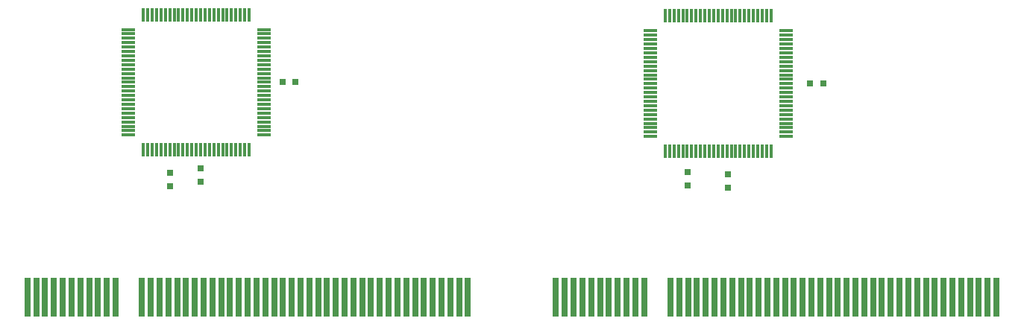
<source format=gbs>
G04 #@! TF.GenerationSoftware,KiCad,Pcbnew,(5.0.0-rc2-35-gda6600525)*
G04 #@! TF.CreationDate,2018-05-30T11:44:02-07:00*
G04 #@! TF.ProjectId,ram-based-register-card,72616D2D62617365642D726567697374,rev?*
G04 #@! TF.SameCoordinates,Original*
G04 #@! TF.FileFunction,Soldermask,Bot*
G04 #@! TF.FilePolarity,Negative*
%FSLAX46Y46*%
G04 Gerber Fmt 4.6, Leading zero omitted, Abs format (unit mm)*
G04 Created by KiCad (PCBNEW (5.0.0-rc2-35-gda6600525)) date 05/30/18 11:44:02*
%MOMM*%
%LPD*%
G01*
G04 APERTURE LIST*
%ADD10R,0.700000X4.400000*%
%ADD11R,1.500000X0.300000*%
%ADD12R,0.300000X1.500000*%
%ADD13R,0.750000X0.800000*%
%ADD14R,0.800000X0.750000*%
G04 APERTURE END LIST*
D10*
G04 #@! TO.C,P1*
X61950601Y-79689801D03*
X62950601Y-79689801D03*
X63950601Y-79689801D03*
X64950601Y-79689801D03*
X65950601Y-79689801D03*
X66950601Y-79689801D03*
X67950601Y-79689801D03*
X68950601Y-79689801D03*
X69950601Y-79689801D03*
X70950601Y-79689801D03*
X71950601Y-79689801D03*
X74950601Y-79689801D03*
X75950601Y-79689801D03*
X76950601Y-79689801D03*
X77950601Y-79689801D03*
X78950601Y-79689801D03*
X79950601Y-79689801D03*
X80950601Y-79689801D03*
X81950601Y-79689801D03*
X82950601Y-79689801D03*
X83950601Y-79689801D03*
X84950601Y-79689801D03*
X85950601Y-79689801D03*
X86950601Y-79689801D03*
X87950601Y-79689801D03*
X88950601Y-79689801D03*
X89950601Y-79689801D03*
X90950601Y-79689801D03*
X91950601Y-79689801D03*
X92950601Y-79689801D03*
X93950601Y-79689801D03*
X94950601Y-79689801D03*
X95950601Y-79689801D03*
X96950601Y-79689801D03*
X97950601Y-79689801D03*
X98950601Y-79689801D03*
X99950601Y-79689801D03*
X100950601Y-79689801D03*
X101950601Y-79689801D03*
X102950601Y-79689801D03*
X103950601Y-79689801D03*
X104950601Y-79689801D03*
X105950601Y-79689801D03*
X106950601Y-79689801D03*
X107950601Y-79689801D03*
X108950601Y-79689801D03*
X109950601Y-79689801D03*
X110950601Y-79689801D03*
X111950601Y-79689801D03*
X121950601Y-79689801D03*
X134950601Y-79689801D03*
X122950601Y-79689801D03*
X123950601Y-79689801D03*
X124950601Y-79689801D03*
X125950601Y-79689801D03*
X126950601Y-79689801D03*
X127950601Y-79689801D03*
X128950601Y-79689801D03*
X129950601Y-79689801D03*
X130950601Y-79689801D03*
X131950601Y-79689801D03*
X135950601Y-79689801D03*
X136950601Y-79689801D03*
X137950601Y-79689801D03*
X138950601Y-79689801D03*
X139950601Y-79689801D03*
X140950601Y-79689801D03*
X141950601Y-79689801D03*
X142950601Y-79689801D03*
X143950601Y-79689801D03*
X144950601Y-79689801D03*
X145950601Y-79689801D03*
X146950601Y-79689801D03*
X147950601Y-79689801D03*
X148950601Y-79689801D03*
X149950601Y-79689801D03*
X150950601Y-79689801D03*
X151950601Y-79689801D03*
X152950601Y-79689801D03*
X153950601Y-79689801D03*
X154950601Y-79689801D03*
X155950601Y-79689801D03*
X156950601Y-79689801D03*
X157950601Y-79689801D03*
X158950601Y-79689801D03*
X159950601Y-79689801D03*
X160950601Y-79689801D03*
X161950601Y-79689801D03*
X162950601Y-79689801D03*
X163950601Y-79689801D03*
X164950601Y-79689801D03*
X165950601Y-79689801D03*
X166950601Y-79689801D03*
X167950601Y-79689801D03*
X168950601Y-79689801D03*
X169950601Y-79689801D03*
X170950601Y-79689801D03*
X171950601Y-79689801D03*
G04 #@! TD*
D11*
G04 #@! TO.C,U3*
X88810000Y-61288000D03*
X88810000Y-60788000D03*
X88810000Y-60288000D03*
X88810000Y-59788000D03*
X88810000Y-59288000D03*
X88810000Y-58788000D03*
X88810000Y-58288000D03*
X88810000Y-57788000D03*
X88810000Y-57288000D03*
X88810000Y-56788000D03*
X88810000Y-56288000D03*
X88810000Y-55788000D03*
X88810000Y-55288000D03*
X88810000Y-54788000D03*
X88810000Y-54288000D03*
X88810000Y-53788000D03*
X88810000Y-53288000D03*
X88810000Y-52788000D03*
X88810000Y-52288000D03*
X88810000Y-51788000D03*
X88810000Y-51288000D03*
X88810000Y-50788000D03*
X88810000Y-50288000D03*
X88810000Y-49788000D03*
X88810000Y-49288000D03*
D12*
X87110000Y-47588000D03*
X86610000Y-47588000D03*
X86110000Y-47588000D03*
X85610000Y-47588000D03*
X85110000Y-47588000D03*
X84610000Y-47588000D03*
X84110000Y-47588000D03*
X83610000Y-47588000D03*
X83110000Y-47588000D03*
X82610000Y-47588000D03*
X82110000Y-47588000D03*
X81610000Y-47588000D03*
X81110000Y-47588000D03*
X80610000Y-47588000D03*
X80110000Y-47588000D03*
X79610000Y-47588000D03*
X79110000Y-47588000D03*
X78610000Y-47588000D03*
X78110000Y-47588000D03*
X77610000Y-47588000D03*
X77110000Y-47588000D03*
X76610000Y-47588000D03*
X76110000Y-47588000D03*
X75610000Y-47588000D03*
X75110000Y-47588000D03*
D11*
X73410000Y-49288000D03*
X73410000Y-49788000D03*
X73410000Y-50288000D03*
X73410000Y-50788000D03*
X73410000Y-51288000D03*
X73410000Y-51788000D03*
X73410000Y-52288000D03*
X73410000Y-52788000D03*
X73410000Y-53288000D03*
X73410000Y-53788000D03*
X73410000Y-54288000D03*
X73410000Y-54788000D03*
X73410000Y-55288000D03*
X73410000Y-55788000D03*
X73410000Y-56288000D03*
X73410000Y-56788000D03*
X73410000Y-57288000D03*
X73410000Y-57788000D03*
X73410000Y-58288000D03*
X73410000Y-58788000D03*
X73410000Y-59288000D03*
X73410000Y-59788000D03*
X73410000Y-60288000D03*
X73410000Y-60788000D03*
X73410000Y-61288000D03*
D12*
X75110000Y-62988000D03*
X75610000Y-62988000D03*
X76110000Y-62988000D03*
X76610000Y-62988000D03*
X77110000Y-62988000D03*
X77610000Y-62988000D03*
X78110000Y-62988000D03*
X78610000Y-62988000D03*
X79110000Y-62988000D03*
X79610000Y-62988000D03*
X80110000Y-62988000D03*
X80610000Y-62988000D03*
X81110000Y-62988000D03*
X81610000Y-62988000D03*
X82110000Y-62988000D03*
X82610000Y-62988000D03*
X83110000Y-62988000D03*
X83610000Y-62988000D03*
X84110000Y-62988000D03*
X84610000Y-62988000D03*
X85110000Y-62988000D03*
X85610000Y-62988000D03*
X86110000Y-62988000D03*
X86610000Y-62988000D03*
X87110000Y-62988000D03*
G04 #@! TD*
G04 #@! TO.C,U4*
X146350000Y-63150000D03*
X145850000Y-63150000D03*
X145350000Y-63150000D03*
X144850000Y-63150000D03*
X144350000Y-63150000D03*
X143850000Y-63150000D03*
X143350000Y-63150000D03*
X142850000Y-63150000D03*
X142350000Y-63150000D03*
X141850000Y-63150000D03*
X141350000Y-63150000D03*
X140850000Y-63150000D03*
X140350000Y-63150000D03*
X139850000Y-63150000D03*
X139350000Y-63150000D03*
X138850000Y-63150000D03*
X138350000Y-63150000D03*
X137850000Y-63150000D03*
X137350000Y-63150000D03*
X136850000Y-63150000D03*
X136350000Y-63150000D03*
X135850000Y-63150000D03*
X135350000Y-63150000D03*
X134850000Y-63150000D03*
X134350000Y-63150000D03*
D11*
X132650000Y-61450000D03*
X132650000Y-60950000D03*
X132650000Y-60450000D03*
X132650000Y-59950000D03*
X132650000Y-59450000D03*
X132650000Y-58950000D03*
X132650000Y-58450000D03*
X132650000Y-57950000D03*
X132650000Y-57450000D03*
X132650000Y-56950000D03*
X132650000Y-56450000D03*
X132650000Y-55950000D03*
X132650000Y-55450000D03*
X132650000Y-54950000D03*
X132650000Y-54450000D03*
X132650000Y-53950000D03*
X132650000Y-53450000D03*
X132650000Y-52950000D03*
X132650000Y-52450000D03*
X132650000Y-51950000D03*
X132650000Y-51450000D03*
X132650000Y-50950000D03*
X132650000Y-50450000D03*
X132650000Y-49950000D03*
X132650000Y-49450000D03*
D12*
X134350000Y-47750000D03*
X134850000Y-47750000D03*
X135350000Y-47750000D03*
X135850000Y-47750000D03*
X136350000Y-47750000D03*
X136850000Y-47750000D03*
X137350000Y-47750000D03*
X137850000Y-47750000D03*
X138350000Y-47750000D03*
X138850000Y-47750000D03*
X139350000Y-47750000D03*
X139850000Y-47750000D03*
X140350000Y-47750000D03*
X140850000Y-47750000D03*
X141350000Y-47750000D03*
X141850000Y-47750000D03*
X142350000Y-47750000D03*
X142850000Y-47750000D03*
X143350000Y-47750000D03*
X143850000Y-47750000D03*
X144350000Y-47750000D03*
X144850000Y-47750000D03*
X145350000Y-47750000D03*
X145850000Y-47750000D03*
X146350000Y-47750000D03*
D11*
X148050000Y-49450000D03*
X148050000Y-49950000D03*
X148050000Y-50450000D03*
X148050000Y-50950000D03*
X148050000Y-51450000D03*
X148050000Y-51950000D03*
X148050000Y-52450000D03*
X148050000Y-52950000D03*
X148050000Y-53450000D03*
X148050000Y-53950000D03*
X148050000Y-54450000D03*
X148050000Y-54950000D03*
X148050000Y-55450000D03*
X148050000Y-55950000D03*
X148050000Y-56450000D03*
X148050000Y-56950000D03*
X148050000Y-57450000D03*
X148050000Y-57950000D03*
X148050000Y-58450000D03*
X148050000Y-58950000D03*
X148050000Y-59450000D03*
X148050000Y-59950000D03*
X148050000Y-60450000D03*
X148050000Y-60950000D03*
X148050000Y-61450000D03*
G04 #@! TD*
D13*
G04 #@! TO.C,C7*
X81630000Y-65088000D03*
X81630000Y-66588000D03*
G04 #@! TD*
G04 #@! TO.C,C8*
X78120000Y-67120000D03*
X78120000Y-65620000D03*
G04 #@! TD*
D14*
G04 #@! TO.C,C9*
X90900000Y-55280000D03*
X92400000Y-55280000D03*
G04 #@! TD*
D13*
G04 #@! TO.C,C10*
X136920000Y-67020000D03*
X136920000Y-65520000D03*
G04 #@! TD*
G04 #@! TO.C,C11*
X141450000Y-65740000D03*
X141450000Y-67240000D03*
G04 #@! TD*
D14*
G04 #@! TO.C,C12*
X152290000Y-55450000D03*
X150790000Y-55450000D03*
G04 #@! TD*
M02*

</source>
